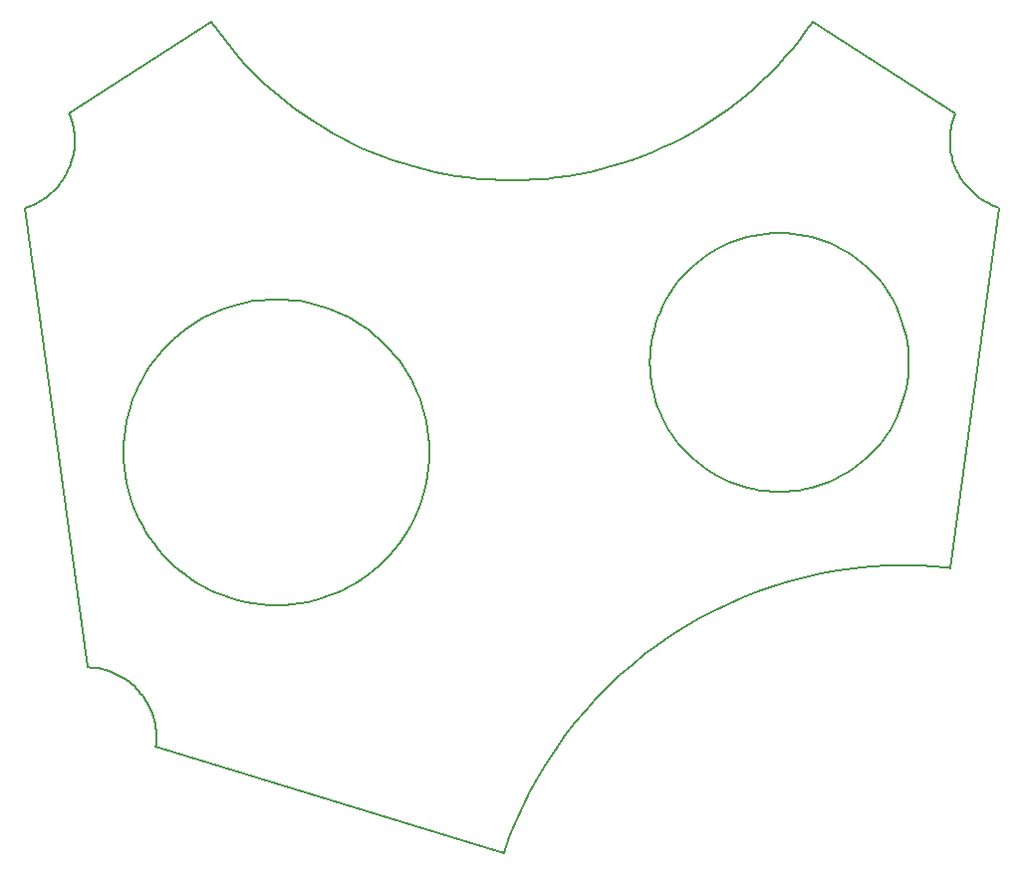
<source format=gm1>
G04 #@! TF.GenerationSoftware,KiCad,Pcbnew,5.0.2+dfsg1-1*
G04 #@! TF.CreationDate,2021-09-10T13:16:56+02:00*
G04 #@! TF.ProjectId,edgedriver,65646765-6472-4697-9665-722e6b696361,rev?*
G04 #@! TF.SameCoordinates,Original*
G04 #@! TF.FileFunction,Profile,NP*
%FSLAX46Y46*%
G04 Gerber Fmt 4.6, Leading zero omitted, Abs format (unit mm)*
G04 Created by KiCad (PCBNEW 5.0.2+dfsg1-1) date Fri 10 Sep 2021 01:16:56 PM CEST*
%MOMM*%
%LPD*%
G01*
G04 APERTURE LIST*
%ADD10C,0.141421*%
G04 APERTURE END LIST*
D10*
X22700422Y-9907406D02*
X22700422Y-9907406D01*
X22134375Y-9893086D02*
X22700422Y-9907406D01*
X21575759Y-9850601D02*
X22134375Y-9893086D01*
X21025264Y-9780643D02*
X21575759Y-9850601D01*
X20483583Y-9683903D02*
X21025264Y-9780643D01*
X19951407Y-9561072D02*
X20483583Y-9683903D01*
X19429425Y-9412840D02*
X19951407Y-9561072D01*
X18918330Y-9239901D02*
X19429425Y-9412840D01*
X18418813Y-9042943D02*
X18918330Y-9239901D01*
X17931564Y-8822659D02*
X18418813Y-9042943D01*
X17457276Y-8579740D02*
X17931564Y-8822659D01*
X16996638Y-8314876D02*
X17457276Y-8579740D01*
X16550342Y-8028759D02*
X16996638Y-8314876D01*
X16119080Y-7722080D02*
X16550342Y-8028759D01*
X15703542Y-7395530D02*
X16119080Y-7722080D01*
X15304419Y-7049800D02*
X15703542Y-7395530D01*
X14922402Y-6685582D02*
X15304419Y-7049800D01*
X14558184Y-6303566D02*
X14922402Y-6685582D01*
X14212454Y-5904443D02*
X14558184Y-6303566D01*
X13885904Y-5488905D02*
X14212454Y-5904443D01*
X13579225Y-5057642D02*
X13885904Y-5488905D01*
X13293108Y-4611347D02*
X13579225Y-5057642D01*
X13028244Y-4150709D02*
X13293108Y-4611347D01*
X12785324Y-3676420D02*
X13028244Y-4150709D01*
X12565040Y-3189172D02*
X12785324Y-3676420D01*
X12368083Y-2689655D02*
X12565040Y-3189172D01*
X12195143Y-2178560D02*
X12368083Y-2689655D01*
X12046912Y-1656579D02*
X12195143Y-2178560D01*
X11924080Y-1124402D02*
X12046912Y-1656579D01*
X11827340Y-582721D02*
X11924080Y-1124402D01*
X11757382Y-32227D02*
X11827340Y-582721D01*
X11714897Y526390D02*
X11757382Y-32227D01*
X11700576Y1092437D02*
X11714897Y526390D01*
X11714897Y1658484D02*
X11700576Y1092437D01*
X11757381Y2217100D02*
X11714897Y1658484D01*
X11827339Y2767595D02*
X11757381Y2217100D01*
X11924080Y3309276D02*
X11827339Y2767595D01*
X12046911Y3841453D02*
X11924080Y3309276D01*
X12195142Y4363434D02*
X12046911Y3841453D01*
X12368082Y4874529D02*
X12195142Y4363434D01*
X12565039Y5374047D02*
X12368082Y4874529D01*
X12785323Y5861295D02*
X12565039Y5374047D01*
X13028243Y6335584D02*
X12785323Y5861295D01*
X13293107Y6796222D02*
X13028243Y6335584D01*
X13579224Y7242517D02*
X13293107Y6796222D01*
X13885903Y7673780D02*
X13579224Y7242517D01*
X14212453Y8089318D02*
X13885903Y7673780D01*
X14558183Y8488441D02*
X14212453Y8089318D01*
X14922401Y8870458D02*
X14558183Y8488441D01*
X15304418Y9234676D02*
X14922401Y8870458D01*
X15703541Y9580406D02*
X15304418Y9234676D01*
X16119079Y9906956D02*
X15703541Y9580406D01*
X16550341Y10213635D02*
X16119079Y9906956D01*
X16996637Y10499752D02*
X16550341Y10213635D01*
X17457275Y10764616D02*
X16996637Y10499752D01*
X17931564Y11007536D02*
X17457275Y10764616D01*
X18418812Y11227820D02*
X17931564Y11007536D01*
X18918330Y11424777D02*
X18418812Y11227820D01*
X19429425Y11597717D02*
X18918330Y11424777D01*
X19951406Y11745948D02*
X19429425Y11597717D01*
X20483583Y11868779D02*
X19951406Y11745948D01*
X21025264Y11965520D02*
X20483583Y11868779D01*
X21575758Y12035478D02*
X21025264Y11965520D01*
X22134375Y12077962D02*
X21575758Y12035478D01*
X22700422Y12092283D02*
X22134375Y12077962D01*
X23266469Y12077962D02*
X22700422Y12092283D01*
X23825086Y12035478D02*
X23266469Y12077962D01*
X24375580Y11965520D02*
X23825086Y12035478D01*
X24917261Y11868779D02*
X24375580Y11965520D01*
X25449438Y11745948D02*
X24917261Y11868779D01*
X25971419Y11597717D02*
X25449438Y11745948D01*
X26482514Y11424777D02*
X25971419Y11597717D01*
X26982032Y11227820D02*
X26482514Y11424777D01*
X27469280Y11007536D02*
X26982032Y11227820D01*
X27943569Y10764616D02*
X27469280Y11007536D01*
X28404207Y10499752D02*
X27943569Y10764616D01*
X28850503Y10213635D02*
X28404207Y10499752D01*
X29281765Y9906956D02*
X28850503Y10213635D01*
X29697303Y9580406D02*
X29281765Y9906956D01*
X30096426Y9234676D02*
X29697303Y9580406D01*
X30478443Y8870458D02*
X30096426Y9234676D01*
X30842661Y8488441D02*
X30478443Y8870458D01*
X31188391Y8089318D02*
X30842661Y8488441D01*
X31514941Y7673780D02*
X31188391Y8089318D01*
X31821620Y7242517D02*
X31514941Y7673780D01*
X32107737Y6796222D02*
X31821620Y7242517D01*
X32372601Y6335584D02*
X32107737Y6796222D01*
X32615521Y5861295D02*
X32372601Y6335584D01*
X32835805Y5374047D02*
X32615521Y5861295D01*
X33032762Y4874529D02*
X32835805Y5374047D01*
X33205702Y4363434D02*
X33032762Y4874529D01*
X33353933Y3841453D02*
X33205702Y4363434D01*
X33476764Y3309276D02*
X33353933Y3841453D01*
X33573505Y2767595D02*
X33476764Y3309276D01*
X33643463Y2217100D02*
X33573505Y2767595D01*
X33685947Y1658484D02*
X33643463Y2217100D01*
X33700268Y1092437D02*
X33685947Y1658484D01*
X33685947Y526390D02*
X33700268Y1092437D01*
X33643462Y-32227D02*
X33685947Y526390D01*
X33573504Y-582721D02*
X33643462Y-32227D01*
X33476764Y-1124402D02*
X33573504Y-582721D01*
X33353932Y-1656579D02*
X33476764Y-1124402D01*
X33205701Y-2178560D02*
X33353932Y-1656579D01*
X33032761Y-2689655D02*
X33205701Y-2178560D01*
X32835804Y-3189172D02*
X33032761Y-2689655D01*
X32615520Y-3676420D02*
X32835804Y-3189172D01*
X32372600Y-4150709D02*
X32615520Y-3676420D01*
X32107736Y-4611347D02*
X32372600Y-4150709D01*
X31821619Y-5057642D02*
X32107736Y-4611347D01*
X31514940Y-5488905D02*
X31821619Y-5057642D01*
X31188390Y-5904443D02*
X31514940Y-5488905D01*
X30842660Y-6303566D02*
X31188390Y-5904443D01*
X30478441Y-6685582D02*
X30842660Y-6303566D01*
X30096425Y-7049800D02*
X30478441Y-6685582D01*
X29697302Y-7395530D02*
X30096425Y-7049800D01*
X29281764Y-7722080D02*
X29697302Y-7395530D01*
X28850502Y-8028759D02*
X29281764Y-7722080D01*
X28404206Y-8314876D02*
X28850502Y-8028759D01*
X27943568Y-8579740D02*
X28404206Y-8314876D01*
X27469280Y-8822659D02*
X27943568Y-8579740D01*
X26982031Y-9042943D02*
X27469280Y-8822659D01*
X26482514Y-9239901D02*
X26982031Y-9042943D01*
X25971419Y-9412840D02*
X26482514Y-9239901D01*
X25449437Y-9561072D02*
X25971419Y-9412840D01*
X24917261Y-9683903D02*
X25449437Y-9561072D01*
X24375580Y-9780643D02*
X24917261Y-9683903D01*
X23825085Y-9850601D02*
X24375580Y-9780643D01*
X23266469Y-9893086D02*
X23825085Y-9850601D01*
X22700422Y-9907406D02*
X23266469Y-9893086D01*
X-20706514Y-19521931D02*
X-20037537Y-19538861D01*
X-21366708Y-19471715D02*
X-20706514Y-19521931D01*
X-22017302Y-19389030D02*
X-21366708Y-19471715D01*
X-22657480Y-19274692D02*
X-22017302Y-19389030D01*
X-23286425Y-19129519D02*
X-22657480Y-19274692D01*
X-23903320Y-18954326D02*
X-23286425Y-19129519D01*
X-24507348Y-18749932D02*
X-23903320Y-18954326D01*
X-25097693Y-18517152D02*
X-24507348Y-18749932D01*
X-25673538Y-18256804D02*
X-25097693Y-18517152D01*
X-26234065Y-17969705D02*
X-25673538Y-18256804D01*
X-26778459Y-17656670D02*
X-26234065Y-17969705D01*
X-27305902Y-17318518D02*
X-26778459Y-17656670D01*
X-27815578Y-16956065D02*
X-27305902Y-17318518D01*
X-28306669Y-16570127D02*
X-27815578Y-16956065D01*
X-28778359Y-16161522D02*
X-28306669Y-16570127D01*
X-29229831Y-15731066D02*
X-28778359Y-16161522D01*
X-29660269Y-15279577D02*
X-29229831Y-15731066D01*
X-30068855Y-14807870D02*
X-29660269Y-15279577D01*
X-30454774Y-14316763D02*
X-30068855Y-14807870D01*
X-30817207Y-13807074D02*
X-30454774Y-14316763D01*
X-31155338Y-13279617D02*
X-30817207Y-13807074D01*
X-31468351Y-12735211D02*
X-31155338Y-13279617D01*
X-31755428Y-12174672D02*
X-31468351Y-12735211D01*
X-32015753Y-11598817D02*
X-31755428Y-12174672D01*
X-32248509Y-11008463D02*
X-32015753Y-11598817D01*
X-32452880Y-10404426D02*
X-32248509Y-11008463D01*
X-32628047Y-9787524D02*
X-32452880Y-10404426D01*
X-32773196Y-9158574D02*
X-32628047Y-9787524D01*
X-32887508Y-8518391D02*
X-32773196Y-9158574D01*
X-32970167Y-7867793D02*
X-32887508Y-8518391D01*
X-33020357Y-7207598D02*
X-32970167Y-7867793D01*
X-33037260Y-6538620D02*
X-33020357Y-7207598D01*
X-33020331Y-5869662D02*
X-33037260Y-6538620D01*
X-32970118Y-5209486D02*
X-33020331Y-5869662D01*
X-32887437Y-4558909D02*
X-32970118Y-5209486D01*
X-32773105Y-3918747D02*
X-32887437Y-4558909D01*
X-32627939Y-3289817D02*
X-32773105Y-3918747D01*
X-32452756Y-2672937D02*
X-32627939Y-3289817D01*
X-32248372Y-2068922D02*
X-32452756Y-2672937D01*
X-32015604Y-1478590D02*
X-32248372Y-2068922D01*
X-31755269Y-902756D02*
X-32015604Y-1478590D01*
X-31468183Y-342239D02*
X-31755269Y-902756D01*
X-31155164Y202145D02*
X-31468183Y-342239D01*
X-30817027Y729580D02*
X-31155164Y202145D01*
X-30454591Y1239249D02*
X-30817027Y729580D01*
X-30068671Y1730335D02*
X-30454591Y1239249D01*
X-29660085Y2202021D02*
X-30068671Y1730335D01*
X-29229648Y2653491D02*
X-29660085Y2202021D01*
X-28778178Y3083927D02*
X-29229648Y2653491D01*
X-28306492Y3492514D02*
X-28778178Y3083927D01*
X-27815406Y3878434D02*
X-28306492Y3492514D01*
X-27305737Y4240870D02*
X-27815406Y3878434D01*
X-26778302Y4579007D02*
X-27305737Y4240870D01*
X-26233918Y4892026D02*
X-26778302Y4579007D01*
X-25673401Y5179111D02*
X-26233918Y4892026D01*
X-25097567Y5439447D02*
X-25673401Y5179111D01*
X-24507235Y5672215D02*
X-25097567Y5439447D01*
X-23903220Y5876599D02*
X-24507235Y5672215D01*
X-23286340Y6051782D02*
X-23903220Y5876599D01*
X-22657410Y6196948D02*
X-23286340Y6051782D01*
X-22017248Y6311280D02*
X-22657410Y6196948D01*
X-21366671Y6393961D02*
X-22017248Y6311280D01*
X-20706495Y6444174D02*
X-21366671Y6393961D01*
X-20037537Y6461103D02*
X-20706495Y6444174D01*
X-19368560Y6444200D02*
X-20037537Y6461103D01*
X-18708364Y6394010D02*
X-19368560Y6444200D01*
X-18057766Y6311351D02*
X-18708364Y6394010D01*
X-17417584Y6197038D02*
X-18057766Y6311351D01*
X-16788633Y6051890D02*
X-17417584Y6197038D01*
X-16171731Y5876722D02*
X-16788633Y6051890D01*
X-15567695Y5672351D02*
X-16171731Y5876722D01*
X-14977341Y5439595D02*
X-15567695Y5672351D01*
X-14401486Y5179270D02*
X-14977341Y5439595D01*
X-13840947Y4892193D02*
X-14401486Y5179270D01*
X-13296541Y4579180D02*
X-13840947Y4892193D01*
X-12769085Y4241049D02*
X-13296541Y4579180D01*
X-12259395Y3878616D02*
X-12769085Y4241049D01*
X-11768288Y3492697D02*
X-12259395Y3878616D01*
X-11296582Y3084111D02*
X-11768288Y3492697D01*
X-10845092Y2653673D02*
X-11296582Y3084111D01*
X-10414637Y2202201D02*
X-10845092Y2653673D01*
X-10006032Y1730511D02*
X-10414637Y2202201D01*
X-9620094Y1239420D02*
X-10006032Y1730511D01*
X-9257641Y729744D02*
X-9620094Y1239420D01*
X-8919488Y202301D02*
X-9257641Y729744D01*
X-8606454Y-342092D02*
X-8919488Y202301D01*
X-8319354Y-902620D02*
X-8606454Y-342092D01*
X-8059006Y-1478465D02*
X-8319354Y-902620D01*
X-7826227Y-2068809D02*
X-8059006Y-1478465D01*
X-7621832Y-2672838D02*
X-7826227Y-2068809D01*
X-7446640Y-3289733D02*
X-7621832Y-2672838D01*
X-7301467Y-3918678D02*
X-7446640Y-3289733D01*
X-7187129Y-4558856D02*
X-7301467Y-3918678D01*
X-7104444Y-5209450D02*
X-7187129Y-4558856D01*
X-7054228Y-5869644D02*
X-7104444Y-5209450D01*
X-7037298Y-6538620D02*
X-7054228Y-5869644D01*
X-7054202Y-7207616D02*
X-7037298Y-6538620D01*
X-7104394Y-7867830D02*
X-7054202Y-7207616D01*
X-7187058Y-8518444D02*
X-7104394Y-7867830D01*
X-7301376Y-9158643D02*
X-7187058Y-8518444D01*
X-7446532Y-9787609D02*
X-7301376Y-9158643D01*
X-7621709Y-10404526D02*
X-7446532Y-9787609D01*
X-7826090Y-11008575D02*
X-7621709Y-10404526D01*
X-8058857Y-11598942D02*
X-7826090Y-11008575D01*
X-8319195Y-12174808D02*
X-8058857Y-11598942D01*
X-8606287Y-12735357D02*
X-8319195Y-12174808D01*
X-8919314Y-13279773D02*
X-8606287Y-12735357D01*
X-9257462Y-13807237D02*
X-8919314Y-13279773D01*
X-9619912Y-14316934D02*
X-9257462Y-13807237D01*
X-10005848Y-14808046D02*
X-9619912Y-14316934D01*
X-10414452Y-15279756D02*
X-10005848Y-14808046D01*
X-10844909Y-15731248D02*
X-10414452Y-15279756D01*
X-11296401Y-16161705D02*
X-10844909Y-15731248D01*
X-11768112Y-16570310D02*
X-11296401Y-16161705D01*
X-12259224Y-16956246D02*
X-11768112Y-16570310D01*
X-12768920Y-17318696D02*
X-12259224Y-16956246D01*
X-13296385Y-17656844D02*
X-12768920Y-17318696D01*
X-13840800Y-17969872D02*
X-13296385Y-17656844D01*
X-14401349Y-18256963D02*
X-13840800Y-17969872D01*
X-14977215Y-18517301D02*
X-14401349Y-18256963D01*
X-15567582Y-18750069D02*
X-14977215Y-18517301D01*
X-16171632Y-18954450D02*
X-15567582Y-18750069D01*
X-16788548Y-19129626D02*
X-16171632Y-18954450D01*
X-17417514Y-19274782D02*
X-16788548Y-19129626D01*
X-18057713Y-19389101D02*
X-17417514Y-19274782D01*
X-18708328Y-19471765D02*
X-18057713Y-19389101D01*
X-19368541Y-19521957D02*
X-18708328Y-19471765D01*
X-20037537Y-19538861D02*
X-19368541Y-19521957D01*
X-246606Y-39298643D02*
X-733806Y-40656435D01*
X290768Y-37969728D02*
X-246606Y-39298643D01*
X877025Y-36670620D02*
X290768Y-37969728D01*
X1510874Y-35402248D02*
X877025Y-36670620D01*
X2191024Y-34165542D02*
X1510874Y-35402248D01*
X2916184Y-32961429D02*
X2191024Y-34165542D01*
X3685062Y-31790839D02*
X2916184Y-32961429D01*
X4496368Y-30654701D02*
X3685062Y-31790839D01*
X5348810Y-29553944D02*
X4496368Y-30654701D01*
X6241098Y-28489498D02*
X5348810Y-29553944D01*
X7171939Y-27462291D02*
X6241098Y-28489498D01*
X8140044Y-26473252D02*
X7171939Y-27462291D01*
X9144120Y-25523310D02*
X8140044Y-26473252D01*
X10182877Y-24613395D02*
X9144120Y-25523310D01*
X11255024Y-23744435D02*
X10182877Y-24613395D01*
X12359269Y-22917360D02*
X11255024Y-23744435D01*
X13494322Y-22133098D02*
X12359269Y-22917360D01*
X14658892Y-21392579D02*
X13494322Y-22133098D01*
X15851686Y-20696731D02*
X14658892Y-21392579D01*
X17071414Y-20046485D02*
X15851686Y-20696731D01*
X18316786Y-19442768D02*
X17071414Y-20046485D01*
X19586509Y-18886509D02*
X18316786Y-19442768D01*
X20879293Y-18378639D02*
X19586509Y-18886509D01*
X22193847Y-17920085D02*
X20879293Y-18378639D01*
X23528879Y-17511778D02*
X22193847Y-17920085D01*
X24883099Y-17154645D02*
X23528879Y-17511778D01*
X26255215Y-16849617D02*
X24883099Y-17154645D01*
X27643936Y-16597621D02*
X26255215Y-16849617D01*
X29047971Y-16399588D02*
X27643936Y-16597621D01*
X30466029Y-16256446D02*
X29047971Y-16399588D01*
X31896819Y-16169124D02*
X30466029Y-16256446D01*
X33339050Y-16138552D02*
X31896819Y-16169124D01*
X33460448Y-16140066D02*
X33339050Y-16138552D01*
X33581836Y-16141990D02*
X33460448Y-16140066D01*
X33703211Y-16144323D02*
X33581836Y-16141990D01*
X33824574Y-16147065D02*
X33703211Y-16144323D01*
X33945922Y-16150217D02*
X33824574Y-16147065D01*
X34067255Y-16153777D02*
X33945922Y-16150217D01*
X34188573Y-16157746D02*
X34067255Y-16153777D01*
X34309873Y-16162124D02*
X34188573Y-16157746D01*
X34431154Y-16166911D02*
X34309873Y-16162124D01*
X34552417Y-16172107D02*
X34431154Y-16166911D01*
X34673659Y-16177712D02*
X34552417Y-16172107D01*
X34794880Y-16183725D02*
X34673659Y-16177712D01*
X34916078Y-16190147D02*
X34794880Y-16183725D01*
X35037254Y-16196977D02*
X34916078Y-16190147D01*
X35158404Y-16204215D02*
X35037254Y-16196977D01*
X35279530Y-16211863D02*
X35158404Y-16204215D01*
X35400628Y-16219918D02*
X35279530Y-16211863D01*
X35521700Y-16228381D02*
X35400628Y-16219918D01*
X35642743Y-16237253D02*
X35521700Y-16228381D01*
X35763756Y-16246533D02*
X35642743Y-16237253D01*
X35884739Y-16256221D02*
X35763756Y-16246533D01*
X36005690Y-16266317D02*
X35884739Y-16256221D01*
X36126608Y-16276820D02*
X36005690Y-16266317D01*
X36247493Y-16287732D02*
X36126608Y-16276820D01*
X36368343Y-16299051D02*
X36247493Y-16287732D01*
X36489157Y-16310779D02*
X36368343Y-16299051D01*
X36609934Y-16322913D02*
X36489157Y-16310779D01*
X36730674Y-16335455D02*
X36609934Y-16322913D01*
X36851374Y-16348405D02*
X36730674Y-16335455D01*
X36972035Y-16361763D02*
X36851374Y-16348405D01*
X37092655Y-16375527D02*
X36972035Y-16361763D01*
X37213233Y-16389699D02*
X37092655Y-16375527D01*
X41400058Y14249259D02*
X37213233Y-16389699D01*
X41167844Y14327033D02*
X41400058Y14249259D01*
X40940469Y14413570D02*
X41167844Y14327033D01*
X40718096Y14508644D02*
X40940469Y14413570D01*
X40500894Y14612032D02*
X40718096Y14508644D01*
X40289025Y14723508D02*
X40500894Y14612032D01*
X40082657Y14842846D02*
X40289025Y14723508D01*
X39881955Y14969824D02*
X40082657Y14842846D01*
X39687084Y15104214D02*
X39881955Y14969824D01*
X39498210Y15245793D02*
X39687084Y15104214D01*
X39315498Y15394336D02*
X39498210Y15245793D01*
X39139114Y15549617D02*
X39315498Y15394336D01*
X38969224Y15711411D02*
X39139114Y15549617D01*
X38805993Y15879495D02*
X38969224Y15711411D01*
X38649586Y16053642D02*
X38805993Y15879495D01*
X38500169Y16233628D02*
X38649586Y16053642D01*
X38357908Y16419228D02*
X38500169Y16233628D01*
X38222968Y16610218D02*
X38357908Y16419228D01*
X38095515Y16806371D02*
X38222968Y16610218D01*
X37975714Y17007464D02*
X38095515Y16806371D01*
X37863731Y17213271D02*
X37975714Y17007464D01*
X37759731Y17423567D02*
X37863731Y17213271D01*
X37663880Y17638128D02*
X37759731Y17423567D01*
X37576344Y17856729D02*
X37663880Y17638128D01*
X37497287Y18079144D02*
X37576344Y17856729D01*
X37426876Y18305149D02*
X37497287Y18079144D01*
X37365276Y18534519D02*
X37426876Y18305149D01*
X37312653Y18767029D02*
X37365276Y18534519D01*
X37269172Y19002453D02*
X37312653Y18767029D01*
X37234998Y19240568D02*
X37269172Y19002453D01*
X37210298Y19481148D02*
X37234998Y19240568D01*
X37195236Y19723968D02*
X37210298Y19481148D01*
X37189979Y19968804D02*
X37195236Y19723968D01*
X37190671Y20044210D02*
X37189979Y19968804D01*
X37192310Y20119556D02*
X37190671Y20044210D01*
X37194893Y20194834D02*
X37192310Y20119556D01*
X37198418Y20270035D02*
X37194893Y20194834D01*
X37202885Y20345150D02*
X37198418Y20270035D01*
X37208291Y20420171D02*
X37202885Y20345150D01*
X37214634Y20495089D02*
X37208291Y20420171D01*
X37221913Y20569896D02*
X37214634Y20495089D01*
X37230126Y20644582D02*
X37221913Y20569896D01*
X37239270Y20719139D02*
X37230126Y20644582D01*
X37249345Y20793559D02*
X37239270Y20719139D01*
X37260349Y20867833D02*
X37249345Y20793559D01*
X37272279Y20941951D02*
X37260349Y20867833D01*
X37285134Y21015906D02*
X37272279Y20941951D01*
X37298912Y21089689D02*
X37285134Y21015906D01*
X37313611Y21163290D02*
X37298912Y21089689D01*
X37329230Y21236702D02*
X37313611Y21163290D01*
X37345766Y21309916D02*
X37329230Y21236702D01*
X37363219Y21382923D02*
X37345766Y21309916D01*
X37381585Y21455714D02*
X37363219Y21382923D01*
X37400864Y21528281D02*
X37381585Y21455714D01*
X37421054Y21600615D02*
X37400864Y21528281D01*
X37442152Y21672707D02*
X37421054Y21600615D01*
X37464157Y21744549D02*
X37442152Y21672707D01*
X37487068Y21816132D02*
X37464157Y21744549D01*
X37510882Y21887447D02*
X37487068Y21816132D01*
X37535597Y21958486D02*
X37510882Y21887447D01*
X37561213Y22029240D02*
X37535597Y21958486D01*
X37587726Y22099700D02*
X37561213Y22029240D01*
X37615136Y22169858D02*
X37587726Y22099700D01*
X37643440Y22239705D02*
X37615136Y22169858D01*
X37672637Y22309232D02*
X37643440Y22239705D01*
X25535909Y30067413D02*
X37672637Y22309232D01*
X24983881Y29287235D02*
X25535909Y30067413D01*
X24410266Y28527187D02*
X24983881Y29287235D01*
X23815637Y27787570D02*
X24410266Y28527187D01*
X23200564Y27068685D02*
X23815637Y27787570D01*
X22565619Y26370835D02*
X23200564Y27068685D01*
X21911373Y25694320D02*
X22565619Y26370835D01*
X21238396Y25039443D02*
X21911373Y25694320D01*
X20547260Y24406506D02*
X21238396Y25039443D01*
X19838537Y23795808D02*
X20547260Y24406506D01*
X19112797Y23207654D02*
X19838537Y23795808D01*
X18370612Y22642343D02*
X19112797Y23207654D01*
X17612552Y22100178D02*
X18370612Y22642343D01*
X16839190Y21581460D02*
X17612552Y22100178D01*
X16051096Y21086491D02*
X16839190Y21581460D01*
X15248841Y20615572D02*
X16051096Y21086491D01*
X14432997Y20169005D02*
X15248841Y20615572D01*
X13604134Y19747092D02*
X14432997Y20169005D01*
X12762825Y19350135D02*
X13604134Y19747092D01*
X11909639Y18978434D02*
X12762825Y19350135D01*
X11045149Y18632291D02*
X11909639Y18978434D01*
X10169926Y18312009D02*
X11045149Y18632291D01*
X9284540Y18017888D02*
X10169926Y18312009D01*
X8389563Y17750231D02*
X9284540Y18017888D01*
X7485566Y17509339D02*
X8389563Y17750231D01*
X6573120Y17295513D02*
X7485566Y17509339D01*
X5652797Y17109055D02*
X6573120Y17295513D01*
X4725167Y16950267D02*
X5652797Y17109055D01*
X3790802Y16819451D02*
X4725167Y16950267D01*
X2850274Y16716907D02*
X3790802Y16819451D01*
X1904152Y16642938D02*
X2850274Y16716907D01*
X953009Y16597846D02*
X1904152Y16642938D01*
X-2585Y16581931D02*
X953009Y16597846D01*
X-958665Y16596707D02*
X-2585Y16581931D01*
X-1910323Y16640695D02*
X-958665Y16596707D01*
X-2856987Y16713593D02*
X-1910323Y16640695D01*
X-3798085Y16815099D02*
X-2856987Y16713593D01*
X-4733044Y16944912D02*
X-3798085Y16815099D01*
X-5661292Y17102730D02*
X-4733044Y16944912D01*
X-6582257Y17288253D02*
X-5661292Y17102730D01*
X-7495366Y17501178D02*
X-6582257Y17288253D01*
X-8400047Y17741204D02*
X-7495366Y17501178D01*
X-9295728Y18008030D02*
X-8400047Y17741204D01*
X-10181837Y18301354D02*
X-9295728Y18008030D01*
X-11057801Y18620874D02*
X-10181837Y18301354D01*
X-11923049Y18966290D02*
X-11057801Y18620874D01*
X-12777006Y19337299D02*
X-11923049Y18966290D01*
X-13619103Y19733601D02*
X-12777006Y19337299D01*
X-14448765Y20154893D02*
X-13619103Y19733601D01*
X-15265421Y20600874D02*
X-14448765Y20154893D01*
X-16068499Y21071244D02*
X-15265421Y20600874D01*
X-16857426Y21565699D02*
X-16068499Y21071244D01*
X-17631630Y22083939D02*
X-16857426Y21565699D01*
X-18390538Y22625662D02*
X-17631630Y22083939D01*
X-19133579Y23190568D02*
X-18390538Y22625662D01*
X-19860180Y23778353D02*
X-19133579Y23190568D01*
X-20569769Y24388718D02*
X-19860180Y23778353D01*
X-21261773Y25021360D02*
X-20569769Y24388718D01*
X-21935621Y25675977D02*
X-21261773Y25021360D01*
X-22590739Y26352269D02*
X-21935621Y25675977D01*
X-23226556Y27049934D02*
X-22590739Y26352269D01*
X-23842500Y27768671D02*
X-23226556Y27049934D01*
X-24437997Y28508177D02*
X-23842500Y27768671D01*
X-25012476Y29268152D02*
X-24437997Y28508177D01*
X-25565365Y30048294D02*
X-25012476Y29268152D01*
X-37667987Y22308713D02*
X-25565365Y30048294D01*
X-37638913Y22239047D02*
X-37667987Y22308713D01*
X-37610735Y22169063D02*
X-37638913Y22239047D01*
X-37583453Y22098769D02*
X-37610735Y22169063D01*
X-37557071Y22028174D02*
X-37583453Y22098769D01*
X-37531589Y21957286D02*
X-37557071Y22028174D01*
X-37507009Y21886116D02*
X-37531589Y21957286D01*
X-37483334Y21814670D02*
X-37507009Y21886116D01*
X-37460564Y21742959D02*
X-37483334Y21814670D01*
X-37438703Y21670990D02*
X-37460564Y21742959D01*
X-37417751Y21598772D02*
X-37438703Y21670990D01*
X-37397710Y21526314D02*
X-37417751Y21598772D01*
X-37378582Y21453625D02*
X-37397710Y21526314D01*
X-37360369Y21380713D02*
X-37378582Y21453625D01*
X-37343073Y21307588D02*
X-37360369Y21380713D01*
X-37326695Y21234257D02*
X-37343073Y21307588D01*
X-37311237Y21160730D02*
X-37326695Y21234257D01*
X-37296701Y21087015D02*
X-37311237Y21160730D01*
X-37283089Y21013121D02*
X-37296701Y21087015D01*
X-37270402Y20939056D02*
X-37283089Y21013121D01*
X-37258642Y20864830D02*
X-37270402Y20939056D01*
X-37247812Y20790451D02*
X-37258642Y20864830D01*
X-37237912Y20715927D02*
X-37247812Y20790451D01*
X-37228945Y20641268D02*
X-37237912Y20715927D01*
X-37220912Y20566482D02*
X-37228945Y20641268D01*
X-37213815Y20491578D02*
X-37220912Y20566482D01*
X-37207656Y20416564D02*
X-37213815Y20491578D01*
X-37202436Y20341450D02*
X-37207656Y20416564D01*
X-37198158Y20266244D02*
X-37202436Y20341450D01*
X-37194824Y20190954D02*
X-37198158Y20266244D01*
X-37192434Y20115589D02*
X-37194824Y20190954D01*
X-37190991Y20040159D02*
X-37192434Y20115589D01*
X-37190496Y19964671D02*
X-37190991Y20040159D01*
X-37195512Y19719662D02*
X-37190496Y19964671D01*
X-37210348Y19476663D02*
X-37195512Y19719662D01*
X-37234838Y19235898D02*
X-37210348Y19476663D01*
X-37268816Y18997595D02*
X-37234838Y19235898D01*
X-37312117Y18761977D02*
X-37268816Y18997595D01*
X-37364575Y18529271D02*
X-37312117Y18761977D01*
X-37426023Y18299702D02*
X-37364575Y18529271D01*
X-37496298Y18073496D02*
X-37426023Y18299702D01*
X-37575231Y17850877D02*
X-37496298Y18073496D01*
X-37662659Y17632071D02*
X-37575231Y17850877D01*
X-37758415Y17417305D02*
X-37662659Y17632071D01*
X-37862333Y17206802D02*
X-37758415Y17417305D01*
X-37974247Y17000790D02*
X-37862333Y17206802D01*
X-38093993Y16799492D02*
X-37974247Y17000790D01*
X-38221404Y16603135D02*
X-38093993Y16799492D01*
X-38356314Y16411944D02*
X-38221404Y16603135D01*
X-38498558Y16226145D02*
X-38356314Y16411944D01*
X-38647969Y16045962D02*
X-38498558Y16226145D01*
X-38804383Y15871622D02*
X-38647969Y16045962D01*
X-38967633Y15703350D02*
X-38804383Y15871622D01*
X-39137554Y15541371D02*
X-38967633Y15703350D01*
X-39313979Y15385911D02*
X-39137554Y15541371D01*
X-39496744Y15237195D02*
X-39313979Y15385911D01*
X-39685682Y15095448D02*
X-39496744Y15237195D01*
X-39880628Y14960897D02*
X-39685682Y15095448D01*
X-40081416Y14833767D02*
X-39880628Y14960897D01*
X-40287880Y14714282D02*
X-40081416Y14833767D01*
X-40499854Y14602669D02*
X-40287880Y14714282D01*
X-40717173Y14499153D02*
X-40499854Y14602669D01*
X-40939671Y14403959D02*
X-40717173Y14499153D01*
X-41167182Y14317313D02*
X-40939671Y14403959D01*
X-41399540Y14239440D02*
X-41167182Y14317313D01*
X-36057231Y-24832078D02*
X-41399540Y14239440D01*
X-35755815Y-24849128D02*
X-36057231Y-24832078D01*
X-35458646Y-24880757D02*
X-35755815Y-24849128D01*
X-35166074Y-24926607D02*
X-35458646Y-24880757D01*
X-34878447Y-24986317D02*
X-35166074Y-24926607D01*
X-34596114Y-25059527D02*
X-34878447Y-24986317D01*
X-34319423Y-25145879D02*
X-34596114Y-25059527D01*
X-34048722Y-25245012D02*
X-34319423Y-25145879D01*
X-33784361Y-25356568D02*
X-34048722Y-25245012D01*
X-33526688Y-25480185D02*
X-33784361Y-25356568D01*
X-33276051Y-25615506D02*
X-33526688Y-25480185D01*
X-33032799Y-25762169D02*
X-33276051Y-25615506D01*
X-32797281Y-25919816D02*
X-33032799Y-25762169D01*
X-32569845Y-26088087D02*
X-32797281Y-25919816D01*
X-32350840Y-26266622D02*
X-32569845Y-26088087D01*
X-32140614Y-26455062D02*
X-32350840Y-26266622D01*
X-31939515Y-26653047D02*
X-32140614Y-26455062D01*
X-31747894Y-26860218D02*
X-31939515Y-26653047D01*
X-31566097Y-27076214D02*
X-31747894Y-26860218D01*
X-31394474Y-27300677D02*
X-31566097Y-27076214D01*
X-31233373Y-27533247D02*
X-31394474Y-27300677D01*
X-31083142Y-27773564D02*
X-31233373Y-27533247D01*
X-30944131Y-28021268D02*
X-31083142Y-27773564D01*
X-30816688Y-28276000D02*
X-30944131Y-28021268D01*
X-30701161Y-28537401D02*
X-30816688Y-28276000D01*
X-30597900Y-28805110D02*
X-30701161Y-28537401D01*
X-30507251Y-29078768D02*
X-30597900Y-28805110D01*
X-30429565Y-29358016D02*
X-30507251Y-29078768D01*
X-30365190Y-29642493D02*
X-30429565Y-29358016D01*
X-30314474Y-29931841D02*
X-30365190Y-29642493D01*
X-30277766Y-30225700D02*
X-30314474Y-29931841D01*
X-30255414Y-30523710D02*
X-30277766Y-30225700D01*
X-30247767Y-30825511D02*
X-30255414Y-30523710D01*
X-30248248Y-30864384D02*
X-30247767Y-30825511D01*
X-30248982Y-30903250D02*
X-30248248Y-30864384D01*
X-30249966Y-30942107D02*
X-30248982Y-30903250D01*
X-30251203Y-30980954D02*
X-30249966Y-30942107D01*
X-30252691Y-31019789D02*
X-30251203Y-30980954D01*
X-30254430Y-31058612D02*
X-30252691Y-31019789D01*
X-30256421Y-31097421D02*
X-30254430Y-31058612D01*
X-30258663Y-31136216D02*
X-30256421Y-31097421D01*
X-30261155Y-31174994D02*
X-30258663Y-31136216D01*
X-30263900Y-31213755D02*
X-30261155Y-31174994D01*
X-30266894Y-31252497D02*
X-30263900Y-31213755D01*
X-30270140Y-31291219D02*
X-30266894Y-31252497D01*
X-30273637Y-31329921D02*
X-30270140Y-31291219D01*
X-30277384Y-31368600D02*
X-30273637Y-31329921D01*
X-30281382Y-31407256D02*
X-30277384Y-31368600D01*
X-30285630Y-31445887D02*
X-30281382Y-31407256D01*
X-30290129Y-31484492D02*
X-30285630Y-31445887D01*
X-30294878Y-31523070D02*
X-30290129Y-31484492D01*
X-30299878Y-31561620D02*
X-30294878Y-31523070D01*
X-30305127Y-31600140D02*
X-30299878Y-31561620D01*
X-733806Y-40656435D02*
X-30305127Y-31600140D01*
M02*

</source>
